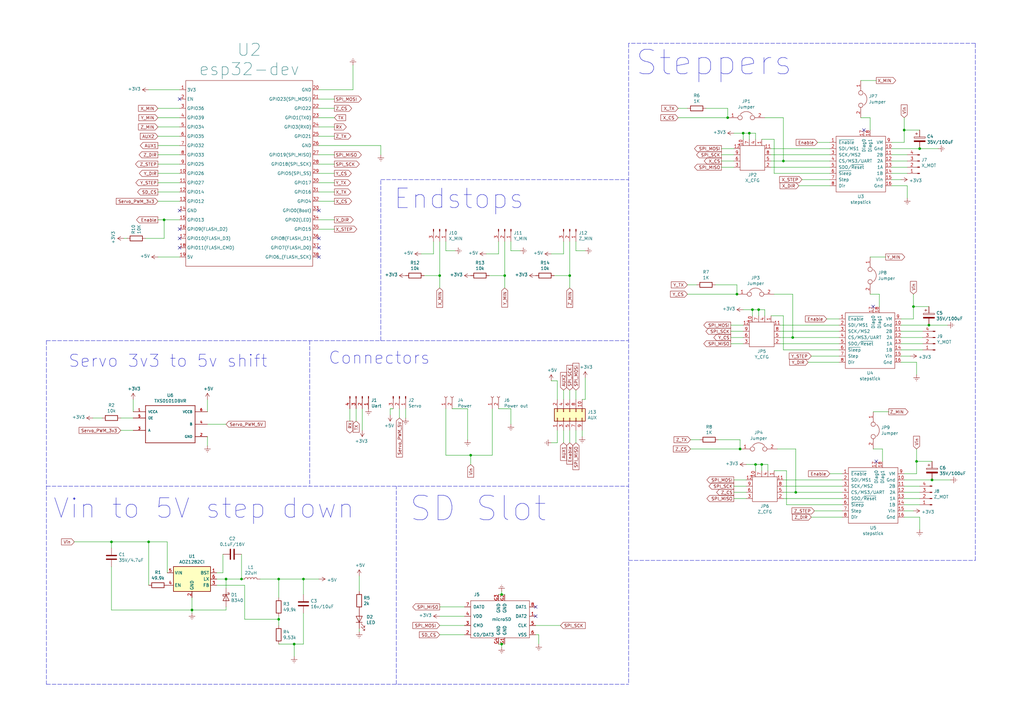
<source format=kicad_sch>
(kicad_sch (version 20211123) (generator eeschema)
  (paper "A3")
  (title_block (title "GECAUF (GRBL ESP32 controller Arduino Uno footprint )") (date "2020-06-21") (rev "1.0") (company "Nikolay Tsanov"))
  (junction (at 60.96 222.25))
  (junction (at 78.74 250.19))
  (junction (at 92.71 237.49))
  (junction (at 207.01 113.03))
  (junction (at 120.65 264.16))
  (junction (at 302.26 120.65))
  (junction (at 233.68 113.03))
  (junction (at 99.06 237.49))
  (junction (at 298.45 48.26))
  (junction (at 307.34 54.61))
  (junction (at 309.88 190.5))
  (junction (at 370.84 53.34))
  (junction (at 375.92 189.23))
  (junction (at 308.61 127))
  (junction (at 67.31 90.17))
  (junction (at 377.19 60.96))
  (junction (at 124.46 237.49))
  (junction (at 326.39 201.93))
  (junction (at 312.42 190.5))
  (junction (at 180.34 113.03))
  (junction (at 45.72 222.25))
  (junction (at 304.8 54.61))
  (junction (at 325.12 138.43))
  (junction (at 114.3 237.49))
  (junction (at 381 133.35))
  (junction (at 311.15 127))
  (junction (at 382.27 196.85))
  (junction (at 205.74 243.84))
  (junction (at 303.53 184.15))
  (junction (at 321.31 66.04))
  (junction (at 193.04 186.69))
  (junction (at 374.65 125.73))
  (junction (at 114.3 254))
  (junction (at 205.74 264.16))
  (no_connect (at 73.66 97.79))
  (no_connect (at 73.66 40.64))
  (no_connect (at 73.66 86.36))
  (no_connect (at 73.66 101.6))
  (no_connect (at 358.14 125.73))
  (no_connect (at 219.71 248.92))
  (no_connect (at 354.33 53.34))
  (no_connect (at 73.66 93.98))
  (no_connect (at 130.81 101.6))
  (no_connect (at 359.41 189.23))
  (no_connect (at 130.81 105.41))
  (no_connect (at 130.81 86.36))
  (no_connect (at 219.71 252.73))
  (no_connect (at 130.81 97.79))
  (wire (pts (xy 240.03 154.94) (xy 240.03 163.83)))
  (wire (pts (xy 231.14 104.14) (xy 231.14 99.06)))
  (wire (pts (xy 294.64 180.34) (xy 303.53 180.34)))
  (wire (pts (xy 213.36 102.87) (xy 209.55 102.87)))
  (wire (pts (xy 199.39 104.14) (xy 204.47 104.14)))
  (wire (pts (xy 361.95 189.23) (xy 361.95 184.15)))
  (wire (pts (xy 228.6 181.61) (xy 226.06 181.61)))
  (wire (pts (xy 228.6 156.21) (xy 228.6 163.83)))
  (wire (pts (xy 30.48 222.25) (xy 45.72 222.25)))
  (wire (pts (xy 59.69 97.79) (xy 67.31 97.79)))
  (wire (pts (xy 375.92 194.31) (xy 375.92 189.23)))
  (wire (pts (xy 377.19 217.17) (xy 377.19 212.09)))
  (wire (pts (xy 365.76 58.42) (xy 370.84 58.42)))
  (wire (pts (xy 377.19 53.34) (xy 370.84 53.34)))
  (wire (pts (xy 299.72 140.97) (xy 304.8 140.97)))
  (wire (pts (xy 163.83 171.45) (xy 163.83 167.64)))
  (wire (pts (xy 180.34 260.35) (xy 190.5 260.35)))
  (wire (pts (xy 370.84 204.47) (xy 377.19 204.47)))
  (wire (pts (xy 180.34 113.03) (xy 180.34 118.11)))
  (wire (pts (xy 345.44 201.93) (xy 326.39 201.93)))
  (wire (pts (xy 300.99 201.93) (xy 306.07 201.93)))
  (wire (pts (xy 68.58 234.95) (xy 68.58 222.25)))
  (wire (pts (xy 328.93 73.66) (xy 340.36 73.66)))
  (wire (pts (xy 49.53 171.45) (xy 54.61 171.45)))
  (wire (pts (xy 283.21 184.15) (xy 303.53 184.15)))
  (wire (pts (xy 92.71 241.3) (xy 92.71 237.49)))
  (wire (pts (xy 193.04 186.69) (xy 201.93 186.69)))
  (wire (pts (xy 321.31 48.26) (xy 313.69 48.26)))
  (wire (pts (xy 369.57 138.43) (xy 378.46 138.43)))
  (wire (pts (xy 130.81 78.74) (xy 137.16 78.74)))
  (wire (pts (xy 389.89 196.85) (xy 382.27 196.85)))
  (wire (pts (xy 220.98 260.35) (xy 220.98 264.16)))
  (wire (pts (xy 365.76 63.5) (xy 372.11 63.5)))
  (wire (pts (xy 361.95 184.15) (xy 358.14 184.15)))
  (wire (pts (xy 281.94 116.84) (xy 285.75 116.84)))
  (wire (pts (xy 365.76 68.58) (xy 372.11 68.58)))
  (wire (pts (xy 64.77 82.55) (xy 73.66 82.55)))
  (wire (pts (xy 360.68 120.65) (xy 356.87 120.65)))
  (wire (pts (xy 137.16 44.45) (xy 130.81 44.45)))
  (wire (pts (xy 377.19 212.09) (xy 370.84 212.09)))
  (wire (pts (xy 99.06 227.33) (xy 99.06 237.49)))
  (wire (pts (xy 207.01 113.03) (xy 207.01 118.11)))
  (wire (pts (xy 304.8 133.35) (xy 299.72 133.35)))
  (wire (pts (xy 240.03 102.87) (xy 236.22 102.87)))
  (wire (pts (xy 278.13 44.45) (xy 281.94 44.45)))
  (wire (pts (xy 306.07 190.5) (xy 309.88 190.5)))
  (wire (pts (xy 238.76 179.07) (xy 238.76 176.53)))
  (wire (pts (xy 73.66 48.26) (xy 64.77 48.26)))
  (wire (pts (xy 226.06 156.21) (xy 228.6 156.21)))
  (wire (pts (xy 233.68 99.06) (xy 233.68 113.03)))
  (wire (pts (xy 374.65 130.81) (xy 374.65 125.73)))
  (wire (pts (xy 137.16 55.88) (xy 130.81 55.88)))
  (polyline (pts (xy 127 139.7) (xy 127 199.39)))
  (wire (pts (xy 180.34 256.54) (xy 190.5 256.54)))
  (wire (pts (xy 320.04 140.97) (xy 344.17 140.97)))
  (wire (pts (xy 353.06 33.02) (xy 359.41 33.02)))
  (wire (pts (xy 205.74 243.84) (xy 207.01 243.84)))
  (wire (pts (xy 304.8 54.61) (xy 307.34 54.61)))
  (wire (pts (xy 130.81 59.69) (xy 156.21 59.69)))
  (wire (pts (xy 340.36 60.96) (xy 316.23 60.96)))
  (wire (pts (xy 360.68 125.73) (xy 360.68 120.65)))
  (wire (pts (xy 308.61 129.54) (xy 308.61 127)))
  (wire (pts (xy 137.16 93.98) (xy 130.81 93.98)))
  (wire (pts (xy 60.96 36.83) (xy 73.66 36.83)))
  (wire (pts (xy 200.66 113.03) (xy 207.01 113.03)))
  (wire (pts (xy 236.22 160.02) (xy 236.22 163.83)))
  (wire (pts (xy 369.57 143.51) (xy 378.46 143.51)))
  (wire (pts (xy 209.55 173.99) (xy 209.55 167.64)))
  (wire (pts (xy 365.76 66.04) (xy 372.11 66.04)))
  (wire (pts (xy 143.51 172.72) (xy 143.51 167.64)))
  (wire (pts (xy 114.3 237.49) (xy 124.46 237.49)))
  (wire (pts (xy 312.42 193.04) (xy 312.42 190.5)))
  (wire (pts (xy 205.74 264.16) (xy 207.01 264.16)))
  (wire (pts (xy 229.87 256.54) (xy 219.71 256.54)))
  (wire (pts (xy 114.3 252.73) (xy 114.3 254)))
  (wire (pts (xy 227.33 113.03) (xy 233.68 113.03)))
  (wire (pts (xy 180.34 99.06) (xy 180.34 113.03)))
  (wire (pts (xy 114.3 237.49) (xy 106.68 237.49)))
  (wire (pts (xy 64.77 74.93) (xy 73.66 74.93)))
  (wire (pts (xy 321.31 66.04) (xy 321.31 48.26)))
  (wire (pts (xy 306.07 196.85) (xy 300.99 196.85)))
  (wire (pts (xy 130.81 71.12) (xy 137.16 71.12)))
  (wire (pts (xy 78.74 250.19) (xy 92.71 250.19)))
  (wire (pts (xy 322.58 207.01) (xy 345.44 207.01)))
  (wire (pts (xy 114.3 254) (xy 114.3 256.54)))
  (wire (pts (xy 193.04 190.5) (xy 193.04 186.69)))
  (wire (pts (xy 311.15 127) (xy 313.69 127)))
  (wire (pts (xy 191.77 180.34) (xy 191.77 167.64)))
  (wire (pts (xy 177.8 104.14) (xy 177.8 99.06)))
  (wire (pts (xy 45.72 222.25) (xy 60.96 222.25)))
  (wire (pts (xy 334.01 209.55) (xy 345.44 209.55)))
  (wire (pts (xy 372.11 76.2) (xy 365.76 76.2)))
  (wire (pts (xy 344.17 148.59) (xy 331.47 148.59)))
  (wire (pts (xy 156.21 59.69) (xy 156.21 63.5)))
  (wire (pts (xy 307.34 54.61) (xy 309.88 54.61)))
  (wire (pts (xy 228.6 176.53) (xy 228.6 181.61)))
  (wire (pts (xy 78.74 250.19) (xy 78.74 245.11)))
  (polyline (pts (xy 400.05 17.78) (xy 257.81 17.78)))
  (wire (pts (xy 370.84 194.31) (xy 375.92 194.31)))
  (wire (pts (xy 307.34 57.15) (xy 307.34 54.61)))
  (wire (pts (xy 147.32 236.22) (xy 147.32 242.57)))
  (wire (pts (xy 303.53 180.34) (xy 303.53 184.15)))
  (wire (pts (xy 317.5 57.15) (xy 312.42 57.15)))
  (wire (pts (xy 370.84 199.39) (xy 377.19 199.39)))
  (wire (pts (xy 114.3 245.11) (xy 114.3 237.49)))
  (wire (pts (xy 49.53 176.53) (xy 54.61 176.53)))
  (wire (pts (xy 233.68 181.61) (xy 233.68 176.53)))
  (wire (pts (xy 130.81 40.64) (xy 137.16 40.64)))
  (wire (pts (xy 148.59 176.53) (xy 148.59 167.64)))
  (wire (pts (xy 130.81 82.55) (xy 137.16 82.55)))
  (wire (pts (xy 231.14 181.61) (xy 231.14 176.53)))
  (wire (pts (xy 130.81 52.07) (xy 137.16 52.07)))
  (wire (pts (xy 373.38 146.05) (xy 369.57 146.05)))
  (wire (pts (xy 344.17 135.89) (xy 320.04 135.89)))
  (wire (pts (xy 91.44 234.95) (xy 91.44 227.33)))
  (wire (pts (xy 322.58 207.01) (xy 322.58 193.04)))
  (wire (pts (xy 370.84 53.34) (xy 370.84 48.26)))
  (wire (pts (xy 60.96 222.25) (xy 68.58 222.25)))
  (wire (pts (xy 306.07 199.39) (xy 300.99 199.39)))
  (wire (pts (xy 281.94 120.65) (xy 302.26 120.65)))
  (wire (pts (xy 370.84 58.42) (xy 370.84 53.34)))
  (wire (pts (xy 88.9 234.95) (xy 91.44 234.95)))
  (wire (pts (xy 124.46 264.16) (xy 124.46 251.46)))
  (wire (pts (xy 45.72 232.41) (xy 45.72 250.19)))
  (wire (pts (xy 321.31 129.54) (xy 316.23 129.54)))
  (wire (pts (xy 335.28 58.42) (xy 340.36 58.42)))
  (wire (pts (xy 45.72 250.19) (xy 78.74 250.19)))
  (wire (pts (xy 369.57 135.89) (xy 378.46 135.89)))
  (wire (pts (xy 370.84 196.85) (xy 382.27 196.85)))
  (wire (pts (xy 85.09 173.99) (xy 92.71 173.99)))
  (wire (pts (xy 52.07 97.79) (xy 50.8 97.79)))
  (wire (pts (xy 67.31 90.17) (xy 73.66 90.17)))
  (wire (pts (xy 340.36 66.04) (xy 321.31 66.04)))
  (wire (pts (xy 205.74 264.16) (xy 204.47 264.16)))
  (wire (pts (xy 64.77 78.74) (xy 73.66 78.74)))
  (wire (pts (xy 325.12 138.43) (xy 320.04 138.43)))
  (wire (pts (xy 146.05 172.72) (xy 146.05 167.64)))
  (wire (pts (xy 186.69 102.87) (xy 182.88 102.87)))
  (wire (pts (xy 369.57 140.97) (xy 378.46 140.97)))
  (wire (pts (xy 374.65 125.73) (xy 374.65 120.65)))
  (wire (pts (xy 388.62 133.35) (xy 381 133.35)))
  (polyline (pts (xy 400.05 229.87) (xy 400.05 17.78)))
  (wire (pts (xy 300.99 204.47) (xy 306.07 204.47)))
  (wire (pts (xy 316.23 68.58) (xy 340.36 68.58)))
  (wire (pts (xy 161.29 167.64) (xy 160.02 167.64)))
  (wire (pts (xy 345.44 199.39) (xy 321.31 199.39)))
  (wire (pts (xy 88.9 237.49) (xy 92.71 237.49)))
  (wire (pts (xy 299.72 138.43) (xy 304.8 138.43)))
  (wire (pts (xy 78.74 251.46) (xy 78.74 250.19)))
  (wire (pts (xy 64.77 52.07) (xy 73.66 52.07)))
  (wire (pts (xy 312.42 190.5) (xy 314.96 190.5)))
  (wire (pts (xy 130.81 63.5) (xy 137.16 63.5)))
  (wire (pts (xy 381 125.73) (xy 374.65 125.73)))
  (wire (pts (xy 365.76 60.96) (xy 377.19 60.96)))
  (wire (pts (xy 73.66 63.5) (xy 64.77 63.5)))
  (wire (pts (xy 340.36 76.2) (xy 327.66 76.2)))
  (wire (pts (xy 300.99 54.61) (xy 304.8 54.61)))
  (wire (pts (xy 64.77 67.31) (xy 73.66 67.31)))
  (wire (pts (xy 114.3 264.16) (xy 120.65 264.16)))
  (wire (pts (xy 313.69 129.54) (xy 313.69 127)))
  (wire (pts (xy 345.44 196.85) (xy 321.31 196.85)))
  (wire (pts (xy 137.16 90.17) (xy 130.81 90.17)))
  (wire (pts (xy 369.57 73.66) (xy 365.76 73.66)))
  (wire (pts (xy 205.74 265.43) (xy 205.74 264.16)))
  (wire (pts (xy 309.88 190.5) (xy 312.42 190.5)))
  (wire (pts (xy 41.91 171.45) (xy 38.1 171.45)))
  (wire (pts (xy 130.81 74.93) (xy 137.16 74.93)))
  (wire (pts (xy 325.12 120.65) (xy 317.5 120.65)))
  (wire (pts (xy 172.72 104.14) (xy 177.8 104.14)))
  (wire (pts (xy 353.06 48.26) (xy 356.87 48.26)))
  (wire (pts (xy 344.17 138.43) (xy 325.12 138.43)))
  (wire (pts (xy 226.06 104.14) (xy 231.14 104.14)))
  (wire (pts (xy 314.96 193.04) (xy 314.96 190.5)))
  (polyline (pts (xy 257.81 17.78) (xy 257.81 280.67)))
  (wire (pts (xy 339.09 130.81) (xy 344.17 130.81)))
  (wire (pts (xy 54.61 168.91) (xy 54.61 163.83)))
  (wire (pts (xy 205.74 242.57) (xy 205.74 243.84)))
  (wire (pts (xy 340.36 63.5) (xy 316.23 63.5)))
  (wire (pts (xy 236.22 102.87) (xy 236.22 99.06)))
  (wire (pts (xy 92.71 250.19) (xy 92.71 248.92)))
  (wire (pts (xy 311.15 129.54) (xy 311.15 127)))
  (wire (pts (xy 64.77 90.17) (xy 67.31 90.17)))
  (wire (pts (xy 85.09 168.91) (xy 85.09 163.83)))
  (polyline (pts (xy 19.05 199.39) (xy 257.81 199.39)))
  (wire (pts (xy 321.31 66.04) (xy 316.23 66.04)))
  (wire (pts (xy 64.77 59.69) (xy 73.66 59.69)))
  (wire (pts (xy 209.55 167.64) (xy 204.47 167.64)))
  (wire (pts (xy 191.77 167.64) (xy 185.42 167.64)))
  (wire (pts (xy 384.81 60.96) (xy 377.19 60.96)))
  (wire (pts (xy 114.3 254) (xy 100.33 254)))
  (wire (pts (xy 173.99 113.03) (xy 180.34 113.03)))
  (wire (pts (xy 340.36 194.31) (xy 345.44 194.31)))
  (wire (pts (xy 365.76 71.12) (xy 372.11 71.12)))
  (wire (pts (xy 289.56 44.45) (xy 298.45 44.45)))
  (wire (pts (xy 370.84 201.93) (xy 377.19 201.93)))
  (wire (pts (xy 372.11 81.28) (xy 372.11 76.2)))
  (wire (pts (xy 182.88 167.64) (xy 182.88 186.69)))
  (wire (pts (xy 137.16 48.26) (xy 130.81 48.26)))
  (wire (pts (xy 67.31 97.79) (xy 67.31 90.17)))
  (polyline (pts (xy 257.81 229.87) (xy 400.05 229.87)))
  (wire (pts (xy 298.45 44.45) (xy 298.45 48.26)))
  (wire (pts (xy 64.77 71.12) (xy 73.66 71.12)))
  (wire (pts (xy 45.72 222.25) (xy 45.72 224.79)))
  (wire (pts (xy 160.02 167.64) (xy 160.02 170.18)))
  (wire (pts (xy 124.46 237.49) (xy 130.81 237.49)))
  (wire (pts (xy 85.09 182.88) (xy 85.09 179.07)))
  (wire (pts (xy 293.37 116.84) (xy 302.26 116.84)))
  (wire (pts (xy 295.91 68.58) (xy 300.99 68.58)))
  (wire (pts (xy 300.99 60.96) (xy 295.91 60.96)))
  (wire (pts (xy 304.8 57.15) (xy 304.8 54.61)))
  (wire (pts (xy 356.87 48.26) (xy 356.87 53.34)))
  (wire (pts (xy 236.22 181.61) (xy 236.22 176.53)))
  (wire (pts (xy 209.55 102.87) (xy 209.55 99.06)))
  (wire (pts (xy 302.26 116.84) (xy 302.26 120.65)))
  (wire (pts (xy 300.99 63.5) (xy 295.91 63.5)))
  (wire (pts (xy 370.84 207.01) (xy 377.19 207.01)))
  (polyline (pts (xy 162.56 280.67) (xy 162.56 199.39)))
  (wire (pts (xy 240.03 163.83) (xy 238.76 163.83)))
  (polyline (pts (xy 156.21 139.7) (xy 156.21 73.66)))
  (wire (pts (xy 204.47 104.14) (xy 204.47 99.06)))
  (wire (pts (xy 304.8 135.89) (xy 299.72 135.89)))
  (wire (pts (xy 92.71 237.49) (xy 99.06 237.49)))
  (wire (pts (xy 375.92 189.23) (xy 375.92 184.15)))
  (wire (pts (xy 326.39 184.15) (xy 318.77 184.15)))
  (wire (pts (xy 375.92 148.59) (xy 369.57 148.59)))
  (wire (pts (xy 64.77 105.41) (xy 73.66 105.41)))
  (wire (pts (xy 144.78 26.67) (xy 144.78 36.83)))
  (wire (pts (xy 144.78 36.83) (xy 130.81 36.83)))
  (polyline (pts (xy 19.05 139.7) (xy 257.81 139.7)))
  (wire (pts (xy 321.31 143.51) (xy 321.31 129.54)))
  (wire (pts (xy 308.61 127) (xy 311.15 127)))
  (wire (pts (xy 124.46 243.84) (xy 124.46 237.49)))
  (wire (pts (xy 369.57 130.81) (xy 374.65 130.81)))
  (wire (pts (xy 283.21 180.34) (xy 287.02 180.34)))
  (wire (pts (xy 295.91 66.04) (xy 300.99 66.04)))
  (wire (pts (xy 309.88 57.15) (xy 309.88 54.61)))
  (wire (pts (xy 321.31 204.47) (xy 345.44 204.47)))
  (wire (pts (xy 201.93 167.64) (xy 201.93 186.69)))
  (wire (pts (xy 233.68 113.03) (xy 233.68 118.11)))
  (polyline (pts (xy 19.05 280.67) (xy 257.81 280.67)))
  (wire (pts (xy 278.13 48.26) (xy 298.45 48.26)))
  (wire (pts (xy 325.12 138.43) (xy 325.12 120.65)))
  (wire (pts (xy 375.92 153.67) (xy 375.92 148.59)))
  (wire (pts (xy 304.8 127) (xy 308.61 127)))
  (wire (pts (xy 147.32 259.08) (xy 147.32 257.81)))
  (wire (pts (xy 332.74 146.05) (xy 344.17 146.05)))
  (wire (pts (xy 326.39 201.93) (xy 326.39 184.15)))
  (wire (pts (xy 374.65 209.55) (xy 370.84 209.55)))
  (wire (pts (xy 64.77 55.88) (xy 73.66 55.88)))
  (wire (pts (xy 60.96 240.03) (xy 60.96 222.25)))
  (wire (pts (xy 369.57 133.35) (xy 381 133.35)))
  (polyline (pts (xy 19.05 139.7) (xy 19.05 280.67)))
  (wire (pts (xy 100.33 240.03) (xy 88.9 240.03)))
  (wire (pts (xy 207.01 99.06) (xy 207.01 113.03)))
  (wire (pts (xy 100.33 254) (xy 100.33 240.03)))
  (wire (pts (xy 130.81 67.31) (xy 137.16 67.31)))
  (wire (pts (xy 356.87 105.41) (xy 363.22 105.41)))
  (wire (pts (xy 317.5 71.12) (xy 317.5 57.15)))
  (wire (pts (xy 182.88 102.87) (xy 182.88 99.06)))
  (wire (pts (xy 340.36 71.12) (xy 317.5 71.12)))
  (wire (pts (xy 344.17 133.35) (xy 320.04 133.35)))
  (wire (pts (xy 180.34 252.73) (xy 190.5 252.73)))
  (wire (pts (xy 120.65 264.16) (xy 120.65 269.24)))
  (wire (pts (xy 345.44 212.09) (xy 332.74 212.09)))
  (wire (pts (xy 120.65 264.16) (xy 124.46 264.16)))
  (wire (pts (xy 180.34 248.92) (xy 190.5 248.92)))
  (wire (pts (xy 321.31 143.51) (xy 344.17 143.51)))
  (wire (pts (xy 231.14 160.02) (xy 231.14 163.83)))
  (wire (pts (xy 182.88 186.69) (xy 193.04 186.69)))
  (wire (pts (xy 382.27 189.23) (xy 375.92 189.23)))
  (polyline (pts (xy 156.21 73.66) (xy 257.81 73.66)))
  (wire (pts (xy 309.88 193.04) (xy 309.88 190.5)))
  (wire (pts (xy 219.71 260.35) (xy 220.98 260.35)))
  (wire (pts (xy 204.47 243.84) (xy 205.74 243.84)))
  (wire (pts (xy 233.68 160.02) (xy 233.68 163.83)))
  (wire (pts (xy 326.39 201.93) (xy 321.31 201.93)))
  (wire (pts (xy 322.58 193.04) (xy 317.5 193.04)))
  (wire (pts (xy 358.14 168.91) (xy 364.49 168.91)))
  (wire (pts (xy 64.77 44.45) (xy 73.66 44.45)))
  (wire (pts (xy 166.37 171.45) (xy 166.37 167.64)))
  (text "SD Slot" (at 167.64 214.63 0) (effects (font (size 10.0076 10.0076)) (justify left bottom)))
  (text "Steppers" (at 260.35 31.75 0) (effects (font (size 10.0076 10.0076)) (justify left bottom)))
  (text "Endstops" (at 161.29 86.36 0) (effects (font (size 8.001 8.001)) (justify left bottom)))
  (text "Vin to 5V step down" (at 21.59 213.36 0) (effects (font (size 8.001 8.001)) (justify left bottom)))
  (text "Connectors" (at 134.62 149.86 0) (effects (font (size 5.0038 5.0038)) (justify left bottom)))
  (text "Servo 3v3 to 5v shift" (at 27.94 151.13 0) (effects (font (size 5.0038 5.0038)) (justify left bottom)))
  (global_label "Z_STEP" (shape output) (at 64.77 67.31 180) (property "Intersheet References" "${INTERSHEET_REFS}" (effects hide)))
  (global_label "Z_CS" (shape input) (at 283.21 184.15 180) (property "Intersheet References" "${INTERSHEET_REFS}" (effects hide)))
  (global_label "SPI_MISO" (shape output) (at 137.16 63.5 0) (property "Intersheet References" "${INTERSHEET_REFS}" (effects hide)))
  (global_label "TX" (shape input) (at 137.16 48.26 0) (property "Intersheet References" "${INTERSHEET_REFS}" (effects hide)))
  (global_label "Vin" (shape input) (at 193.04 190.5 270) (property "Intersheet References" "${INTERSHEET_REFS}" (effects hide)))
  (global_label "AUX1" (shape input) (at 231.14 181.61 270) (property "Intersheet References" "${INTERSHEET_REFS}" (effects hide)))
  (global_label "X_MIN" (shape input) (at 180.34 118.11 270) (property "Intersheet References" "${INTERSHEET_REFS}" (effects hide)))
  (global_label "Enable" (shape input) (at 340.36 194.31 180) (property "Intersheet References" "${INTERSHEET_REFS}" (effects hide)))
  (global_label "X_CS" (shape output) (at 137.16 82.55 0) (property "Intersheet References" "${INTERSHEET_REFS}" (effects hide)))
  (global_label "Z_MIN" (shape output) (at 364.49 168.91 0) (property "Intersheet References" "${INTERSHEET_REFS}" (effects hide)))
  (global_label "Servo_PWM_3v3" (shape input) (at 64.77 82.55 180) (property "Intersheet References" "${INTERSHEET_REFS}" (effects hide)))
  (global_label "SPI_SCK" (shape input) (at 233.68 160.02 90) (property "Intersheet References" "${INTERSHEET_REFS}" (effects hide)))
  (global_label "X_STEP" (shape input) (at 328.93 73.66 180) (property "Intersheet References" "${INTERSHEET_REFS}" (effects hide)))
  (global_label "Z_TX" (shape input) (at 283.21 180.34 180) (property "Intersheet References" "${INTERSHEET_REFS}" (effects hide)))
  (global_label "Vin" (shape input) (at 375.92 184.15 90) (property "Intersheet References" "${INTERSHEET_REFS}" (effects hide)))
  (global_label "X_DIR" (shape input) (at 327.66 76.2 180) (property "Intersheet References" "${INTERSHEET_REFS}" (effects hide)))
  (global_label "SPI_MISO" (shape output) (at 299.72 140.97 180) (property "Intersheet References" "${INTERSHEET_REFS}" (effects hide)))
  (global_label "SPI_SCK" (shape output) (at 299.72 135.89 180) (property "Intersheet References" "${INTERSHEET_REFS}" (effects hide)))
  (global_label "Z_TX" (shape output) (at 137.16 55.88 0) (property "Intersheet References" "${INTERSHEET_REFS}" (effects hide)))
  (global_label "Y_CS" (shape input) (at 281.94 120.65 180) (property "Intersheet References" "${INTERSHEET_REFS}" (effects hide)))
  (global_label "SPI_MISO" (shape output) (at 295.91 68.58 180) (property "Intersheet References" "${INTERSHEET_REFS}" (effects hide)))
  (global_label "Z_MIN" (shape input) (at 233.68 118.11 270) (property "Intersheet References" "${INTERSHEET_REFS}" (effects hide)))
  (global_label "RX" (shape output) (at 137.16 52.07 0) (property "Intersheet References" "${INTERSHEET_REFS}" (effects hide)))
  (global_label "Y_TX" (shape output) (at 137.16 74.93 0) (property "Intersheet References" "${INTERSHEET_REFS}" (effects hide)))
  (global_label "Vin" (shape input) (at 374.65 120.65 90) (property "Intersheet References" "${INTERSHEET_REFS}" (effects hide)))
  (global_label "Y_MIN" (shape input) (at 64.77 48.26 180) (property "Intersheet References" "${INTERSHEET_REFS}" (effects hide)))
  (global_label "Y_CS" (shape output) (at 299.72 138.43 180) (property "Intersheet References" "${INTERSHEET_REFS}" (effects hide)))
  (global_label "Z_CS" (shape output) (at 137.16 44.45 0) (property "Intersheet References" "${INTERSHEET_REFS}" (effects hide)))
  (global_label "X_CS" (shape output) (at 295.91 66.04 180) (property "Intersheet References" "${INTERSHEET_REFS}" (effects hide)))
  (global_label "Y_DIR" (shape output) (at 64.77 71.12 180) (property "Intersheet References" "${INTERSHEET_REFS}" (effects hide)))
  (global_label "SPI_MOSI" (shape input) (at 236.22 160.02 90) (property "Intersheet References" "${INTERSHEET_REFS}" (effects hide)))
  (global_label "SPI_SCK" (shape output) (at 295.91 63.5 180) (property "Intersheet References" "${INTERSHEET_REFS}" (effects hide)))
  (global_label "SPI_SCK" (shape output) (at 137.16 67.31 0) (property "Intersheet References" "${INTERSHEET_REFS}" (effects hide)))
  (global_label "Vin" (shape input) (at 370.84 48.26 90) (property "Intersheet References" "${INTERSHEET_REFS}" (effects hide)))
  (global_label "AUX2" (shape input) (at 231.14 160.02 90) (property "Intersheet References" "${INTERSHEET_REFS}" (effects hide)))
  (global_label "RX" (shape output) (at 143.51 172.72 270) (property "Intersheet References" "${INTERSHEET_REFS}" (effects hide)))
  (global_label "SD_CS" (shape output) (at 64.77 78.74 180) (property "Intersheet References" "${INTERSHEET_REFS}" (effects hide)))
  (global_label "Servo_PWM_5V" (shape input) (at 163.83 171.45 270) (property "Intersheet References" "${INTERSHEET_REFS}" (effects hide)))
  (global_label "Servo_PWM_3v3" (shape input) (at 49.53 176.53 180) (property "Intersheet References" "${INTERSHEET_REFS}" (effects hide)))
  (global_label "Z_DIR" (shape input) (at 332.74 212.09 180) (property "Intersheet References" "${INTERSHEET_REFS}" (effects hide)))
  (global_label "SPI_MISO" (shape output) (at 300.99 204.47 180) (property "Intersheet References" "${INTERSHEET_REFS}" (effects hide)))
  (global_label "SD_CS" (shape input) (at 180.34 260.35 180) (property "Intersheet References" "${INTERSHEET_REFS}" (effects hide)))
  (global_label "SPI_MISO" (shape output) (at 180.34 248.92 180) (property "Intersheet References" "${INTERSHEET_REFS}" (effects hide)))
  (global_label "SPI_SCK" (shape output) (at 300.99 199.39 180) (property "Intersheet References" "${INTERSHEET_REFS}" (effects hide)))
  (global_label "Z_STEP" (shape input) (at 334.01 209.55 180) (property "Intersheet References" "${INTERSHEET_REFS}" (effects hide)))
  (global_label "AUX1" (shape output) (at 64.77 59.69 180) (property "Intersheet References" "${INTERSHEET_REFS}" (effects hide)))
  (global_label "X_TX" (shape output) (at 137.16 78.74 0) (property "Intersheet References" "${INTERSHEET_REFS}" (effects hide)))
  (global_label "AUX2" (shape input) (at 64.77 55.88 180) (property "Intersheet References" "${INTERSHEET_REFS}" (effects hide)))
  (global_label "SPI_MOSI" (shape output) (at 295.91 60.96 180) (property "Intersheet References" "${INTERSHEET_REFS}" (effects hide)))
  (global_label "Y_CS" (shape output) (at 137.16 71.12 0) (property "Intersheet References" "${INTERSHEET_REFS}" (effects hide)))
  (global_label "SPI_MOSI" (shape output) (at 137.16 40.64 0) (property "Intersheet References" "${INTERSHEET_REFS}" (effects hide)))
  (global_label "X_MIN" (shape input) (at 64.77 44.45 180) (property "Intersheet References" "${INTERSHEET_REFS}" (effects hide)))
  (global_label "Servo_PWM_5V" (shape input) (at 92.71 173.99 0) (property "Intersheet References" "${INTERSHEET_REFS}" (effects hide)))
  (global_label "Y_DIR" (shape input) (at 331.47 148.59 180) (property "Intersheet References" "${INTERSHEET_REFS}" (effects hide)))
  (global_label "Enable" (shape input) (at 335.28 58.42 180) (property "Intersheet References" "${INTERSHEET_REFS}" (effects hide)))
  (global_label "Y_TX" (shape input) (at 281.94 116.84 180) (property "Intersheet References" "${INTERSHEET_REFS}" (effects hide)))
  (global_label "X_CS" (shape input) (at 278.13 48.26 180) (property "Intersheet References" "${INTERSHEET_REFS}" (effects hide)))
  (global_label "SPI_MISO" (shape input) (at 236.22 181.61 270) (property "Intersheet References" "${INTERSHEET_REFS}" (effects hide)))
  (global_label "X_MIN" (shape output) (at 359.41 33.02 0) (property "Intersheet References" "${INTERSHEET_REFS}" (effects hide)))
  (global_label "Enable" (shape input) (at 233.68 181.61 270) (property "Intersheet References" "${INTERSHEET_REFS}" (effects hide)))
  (global_label "TX" (shape input) (at 146.05 172.72 270) (property "Intersheet References" "${INTERSHEET_REFS}" (effects hide)))
  (global_label "Z_DIR" (shape output) (at 64.77 63.5 180) (property "Intersheet References" "${INTERSHEET_REFS}" (effects hide)))
  (global_label "SPI_MOSI" (shape output) (at 300.99 196.85 180) (property "Intersheet References" "${INTERSHEET_REFS}" (effects hide)))
  (global_label "Y_STEP" (shape output) (at 64.77 74.93 180) (property "Intersheet References" "${INTERSHEET_REFS}" (effects hide)))
  (global_label "Enable" (shape output) (at 64.77 90.17 180) (property "Intersheet References" "${INTERSHEET_REFS}" (effects hide)))
  (global_label "Enable" (shape input) (at 339.09 130.81 180) (property "Intersheet References" "${INTERSHEET_REFS}" (effects hide)))
  (global_label "Y_STEP" (shape input) (at 332.74 146.05 180) (property "Intersheet References" "${INTERSHEET_REFS}" (effects hide)))
  (global_label "X_DIR" (shape output) (at 137.16 90.17 0) (property "Intersheet References" "${INTERSHEET_REFS}" (effects hide)))
  (global_label "Y_MIN" (shape output) (at 363.22 105.41 0) (property "Intersheet References" "${INTERSHEET_REFS}" (effects hide)))
  (global_label "X_STEP" (shape output) (at 137.16 93.98 0) (property "Intersheet References" "${INTERSHEET_REFS}" (effects hide)))
  (global_label "SPI_MOSI" (shape output) (at 299.72 133.35 180) (property "Intersheet References" "${INTERSHEET_REFS}" (effects hide)))
  (global_label "SPI_SCK" (shape input) (at 229.87 256.54 0) (property "Intersheet References" "${INTERSHEET_REFS}" (effects hide)))
  (global_label "Y_MIN" (shape input) (at 207.01 118.11 270) (property "Intersheet References" "${INTERSHEET_REFS}" (effects hide)))
  (global_label "X_TX" (shape input) (at 278.13 44.45 180) (property "Intersheet References" "${INTERSHEET_REFS}" (effects hide)))
  (global_label "SPI_MOSI" (shape input) (at 180.34 256.54 180) (property "Intersheet References" "${INTERSHEET_REFS}" (effects hide)))
  (global_label "Z_CS" (shape output) (at 300.99 201.93 180) (property "Intersheet References" "${INTERSHEET_REFS}" (effects hide)))
  (global_label "Vin" (shape input) (at 30.48 222.25 180) (property "Intersheet References" "${INTERSHEET_REFS}" (effects hide)))
  (global_label "Z_MIN" (shape input) (at 64.77 52.07 180) (property "Intersheet References" "${INTERSHEET_REFS}" (effects hide)))
  (symbol (lib_id "GECAUF-rescue:Jumpers_Dupont_4x3-jumpers") (at 308.61 72.39 0) (unit 1)
    (property "Reference" "JP2" (at 308.61 71.7042 0))
    (property "Value" "X_CFG" (at 308.61 74.0156 0))
    (property "Footprint" "stepstick:cfg_pins" (effects hide))
    (property "link" "-" (effects hide))
  )
  (symbol (lib_id "GECAUF-rescue:CP-device") (at 377.19 57.15 0) (unit 1)
    (property "Reference" "C4" (at 380.1872 55.9816 0) (effects (justify left)))
    (property "Value" "35V/100uF" (at 380.1872 58.293 0) (effects (justify left)))
    (property "Footprint" "Capacitor_SMD:CP_Elec_6.3x7.7" (effects hide))
    (property "link" "https://lcsc.com/product-detail/Aluminum-Electrolytic-Capacitors-SMD_Capxon-International-Elec-HV101M035E077ETR_C59934.html" (effects hide))
  )
  (symbol (lib_id "GECAUF-rescue:Earth-power") (at 384.81 60.96 90) (unit 1)
    (property "Reference" "#PWR017" (effects hide))
    (property "Value" "Earth" (effects hide))
  )
  (symbol (lib_id "GECAUF-rescue:Earth-power") (at 372.11 81.28 0) (unit 1)
    (property "Reference" "#PWR014" (effects hide))
    (property "Value" "Earth" (effects hide))
  )
  (symbol (lib_id "GECAUF-rescue:Jumper-device") (at 306.07 48.26 0) (unit 1)
    (property "Reference" "JP1" (at 306.07 41.5544 0))
    (property "Value" "Jumper" (at 306.07 43.8658 0))
    (property "Footprint" "Connector_PinHeader_2.54mm:PinHeader_1x02_P2.54mm_Vertical" (effects hide))
    (property "link" "-" (effects hide))
  )
  (symbol (lib_id "GECAUF-rescue:R-device") (at 285.75 44.45 270) (unit 1)
    (property "Reference" "R6" (at 285.75 39.1922 90))
    (property "Value" "1K" (at 285.75 41.5036 90))
    (property "Footprint" "Resistor_SMD:R_0805_2012Metric_Pad1.15x1.40mm_HandSolder" (effects hide))
    (property "link" "-" (effects hide))
  )
  (symbol (lib_id "GECAUF-rescue:Jumpers_Dupont_4x3-jumpers") (at 312.42 144.78 0) (unit 1)
    (property "Reference" "JP5" (at 312.42 144.0942 0))
    (property "Value" "Y_CFG" (at 312.42 146.4056 0))
    (property "Footprint" "stepstick:cfg_pins" (effects hide))
    (property "link" "-" (effects hide))
  )
  (symbol (lib_id "GECAUF-rescue:R-device") (at 55.88 97.79 270) (unit 1)
    (property "Reference" "R10" (at 54.7116 96.012 0) (effects (justify right)))
    (property "Value" "10K" (at 57.023 96.012 0) (effects (justify right)))
    (property "Footprint" "Resistor_SMD:R_0805_2012Metric_Pad1.15x1.40mm_HandSolder" (effects hide))
    (property "link" "-" (effects hide))
  )
  (symbol (lib_id "GECAUF-rescue:CP-device") (at 381 129.54 0) (unit 1)
    (property "Reference" "C5" (at 383.9972 128.3716 0) (effects (justify left)))
    (property "Value" "35V/100uF" (at 383.9972 130.683 0) (effects (justify left)))
    (property "Footprint" "Capacitor_SMD:CP_Elec_6.3x7.7" (effects hide))
    (property "link" "https://lcsc.com/product-detail/Aluminum-Electrolytic-Capacitors-SMD_Capxon-International-Elec-HV101M035E077ETR_C59934.html" (effects hide))
  )
  (symbol (lib_id "GECAUF-rescue:Earth-power") (at 388.62 133.35 90) (unit 1)
    (property "Reference" "#PWR018" (effects hide))
    (property "Value" "Earth" (effects hide))
  )
  (symbol (lib_id "GECAUF-rescue:Earth-power") (at 375.92 153.67 0) (unit 1)
    (property "Reference" "#PWR015" (effects hide))
    (property "Value" "Earth" (effects hide))
  )
  (symbol (lib_id "GECAUF-rescue:Jumper-device") (at 309.88 120.65 0) (unit 1)
    (property "Reference" "JP3" (at 309.88 113.9444 0))
    (property "Value" "Jumper" (at 309.88 116.2558 0))
    (property "Footprint" "Connector_PinHeader_2.54mm:PinHeader_1x02_P2.54mm_Vertical" (effects hide))
    (property "link" "-" (effects hide))
  )
  (symbol (lib_id "GECAUF-rescue:R-device") (at 289.56 116.84 270) (unit 1)
    (property "Reference" "R7" (at 289.56 111.5822 90))
    (property "Value" "1K" (at 289.56 113.8936 90))
    (property "Footprint" "Resistor_SMD:R_0805_2012Metric_Pad1.15x1.40mm_HandSolder" (effects hide))
    (property "link" "-" (effects hide))
  )
  (symbol (lib_id "GECAUF-rescue:Jumpers_Dupont_4x3-jumpers") (at 313.69 208.28 0) (unit 1)
    (property "Reference" "JP6" (at 313.69 207.5942 0))
    (property "Value" "Z_CFG" (at 313.69 209.9056 0))
    (property "Footprint" "stepstick:cfg_pins" (effects hide))
    (property "link" "-" (effects hide))
  )
  (symbol (lib_id "GECAUF-rescue:CP-device") (at 382.27 193.04 0) (unit 1)
    (property "Reference" "C6" (at 385.2672 191.8716 0) (effects (justify left)))
    (property "Value" "35V/100uF" (at 385.2672 194.183 0) (effects (justify left)))
    (property "Footprint" "Capacitor_SMD:CP_Elec_6.3x7.7" (effects hide))
    (property "link" "https://lcsc.com/product-detail/Aluminum-Electrolytic-Capacitors-SMD_Capxon-International-Elec-HV101M035E077ETR_C59934.html" (effects hide))
  )
  (symbol (lib_id "GECAUF-rescue:Earth-power") (at 389.89 196.85 90) (unit 1)
    (property "Reference" "#PWR019" (effects hide))
    (property "Value" "Earth" (effects hide))
  )
  (symbol (lib_id "GECAUF-rescue:Earth-power") (at 377.19 217.17 0) (unit 1)
    (property "Reference" "#PWR016" (effects hide))
    (property "Value" "Earth" (effects hide))
  )
  (symbol (lib_id "GECAUF-rescue:Jumper-device") (at 311.15 184.15 0) (unit 1)
    (property "Reference" "JP4" (at 311.15 177.4444 0))
    (property "Value" "Jumper" (at 311.15 179.7558 0))
    (property "Footprint" "Connector_PinHeader_2.54mm:PinHeader_1x02_P2.54mm_Vertical" (effects hide))
    (property "link" "-" (effects hide))
  )
  (symbol (lib_id "GECAUF-rescue:R-device") (at 290.83 180.34 270) (unit 1)
    (property "Reference" "R8" (at 290.83 175.0822 90))
    (property "Value" "1K" (at 290.83 177.3936 90))
    (property "Footprint" "Resistor_SMD:R_0805_2012Metric_Pad1.15x1.40mm_HandSolder" (effects hide))
    (property "link" "-" (effects hide))
  )
  (symbol (lib_id "GECAUF-rescue:AOZ1282CI-Regulator_Switching") (at 78.74 237.49 0) (unit 1)
    (property "Reference" "U1" (at 78.74 228.1682 0))
    (property "Value" "AOZ1282CI" (at 78.74 230.4796 0))
    (property "Footprint" "Package_TO_SOT_SMD:SOT-23-6" (effects hide))
    (property "Datasheet" "http://aosmd.com/res/data_sheets/AOZ1282CI.pdf" (effects hide))
    (property "link" "https://lcsc.com/product-detail/DC-DC-Converters_Alpha-Omega-Semicon-AOZ1282CI_C111916.html" (effects hide))
  )
  (symbol (lib_id "GECAUF-rescue:microsd_socket-microsd_socket") (at 205.74 269.24 0) (unit 1)
    (property "Reference" "J5" (at 195.58 243.84 0))
    (property "Value" "microSD" (at 205.74 254 0))
    (property "Footprint" "sd_slot:MOLEX-472192001" (effects hide))
    (property "link" "https://lcsc.com/product-detail/Card-Sockets-Connectors_MOLEX-472192001_C164170.html" (effects hide))
  )
  (symbol (lib_id "GECAUF-rescue:Conn_01x04_Male-Connector") (at 148.59 162.56 270) (unit 1)
    (property "Reference" "J1" (at 152.2476 164.1348 90) (effects (justify left)))
    (property "Value" "Uart" (at 152.2476 166.4462 90) (effects (justify left)))
    (property "Footprint" "Connector_PinHeader_2.54mm:PinHeader_1x04_P2.54mm_Vertical" (effects hide))
    (property "link" "-" (effects hide))
  )
  (symbol (lib_id "GECAUF-rescue:Jumper-device") (at 353.06 40.64 270) (unit 1)
    (property "Reference" "JP7" (at 356.2858 39.4716 90) (effects (justify left)))
    (property "Value" "Jumper" (at 356.2858 41.783 90) (effects (justify left)))
    (property "Footprint" "Connector_PinHeader_2.54mm:PinHeader_1x02_P2.54mm_Vertical" (effects hide))
    (property "link" "-" (effects hide))
  )
  (symbol (lib_id "GECAUF-rescue:Conn_01x02_Female-Connector") (at 182.88 162.56 90) (unit 1)
    (property "Reference" "J4" (at 187.6552 164.1348 90) (effects (justify right)))
    (property "Value" "Power" (at 187.6552 166.4462 90) (effects (justify right)))
    (property "Footprint" "TerminalBlock:TerminalBlock_bornier-2_P5.08mm" (effects hide))
    (property "link" "-" (effects hide))
  )
  (symbol (lib_id "GECAUF-rescue:R-device") (at 64.77 240.03 90) (unit 1)
    (property "Reference" "R1" (at 64.77 234.7722 90))
    (property "Value" "49.9k" (at 64.77 237.0836 90))
    (property "Footprint" "Resistor_SMD:R_0805_2012Metric_Pad1.15x1.40mm_HandSolder" (effects hide))
    (property "link" "-" (effects hide))
  )
  (symbol (lib_id "GECAUF-rescue:esp32-dev-esp32-dev") (at 99.06 71.12 0) (unit 1)
    (property "Reference" "U2" (at 102.235 20.4216 0) (effects (font (size 5.0038 5.0038))))
    (property "Value" "esp32-dev" (at 102.235 28.3464 0) (effects (font (size 5.0038 5.0038))))
    (property "Footprint" "esp32-dev:esp32-dev" (effects hide))
    (property "link" "-" (effects hide))
  )
  (symbol (lib_id "GECAUF-rescue:stepstick-stepstick") (at 358.14 203.2 0) (unit 1)
    (property "Reference" "U5" (at 358.14 216.4842 0))
    (property "Value" "stepstick" (at 358.14 218.7956 0))
    (property "Footprint" "stepstick:stepstick" (effects hide))
    (property "link" "-" (effects hide))
  )
  (symbol (lib_id "GECAUF-rescue:Earth-power") (at 191.77 180.34 0) (unit 1)
    (property "Reference" "#PWR010" (effects hide))
    (property "Value" "Earth" (effects hide))
  )
  (symbol (lib_id "GECAUF-rescue:Earth-power") (at 78.74 251.46 0) (unit 1)
    (property "Reference" "#PWR02" (effects hide))
    (property "Value" "Earth" (effects hide))
  )
  (symbol (lib_id "GECAUF-rescue:stepstick-stepstick") (at 356.87 139.7 0) (unit 1)
    (property "Reference" "U4" (at 356.87 152.9842 0))
    (property "Value" "stepstick" (at 356.87 155.2956 0))
    (property "Footprint" "stepstick:stepstick" (effects hide))
    (property "link" "-" (effects hide))
  )
  (symbol (lib_id "GECAUF-rescue:Jumper-device") (at 356.87 113.03 270) (unit 1)
    (property "Reference" "JP8" (at 360.0958 111.8616 90) (effects (justify left)))
    (property "Value" "Jumper" (at 360.0958 114.173 90) (effects (justify left)))
    (property "Footprint" "Connector_PinHeader_2.54mm:PinHeader_1x02_P2.54mm_Vertical" (effects hide))
    (property "link" "-" (effects hide))
  )
  (symbol (lib_id "GECAUF-rescue:Conn_01x02_Female-Connector") (at 201.93 162.56 90) (unit 1)
    (property "Reference" "J6" (at 206.7052 164.1348 90) (effects (justify right)))
    (property "Value" "Power out" (at 206.7052 166.4462 90) (effects (justify right)))
    (property "Footprint" "Connector_JST:JST_XH_B2B-XH-AM_1x02_P2.50mm_Vertical" (effects hide))
    (property "link" "-" (effects hide))
  )
  (symbol (lib_id "GECAUF-rescue:Jumper-device") (at 358.14 176.53 270) (unit 1)
    (property "Reference" "JP9" (at 361.3658 175.3616 90) (effects (justify left)))
    (property "Value" "Jumper" (at 361.3658 177.673 90) (effects (justify left)))
    (property "Footprint" "Connector_PinHeader_2.54mm:PinHeader_1x02_P2.54mm_Vertical" (effects hide))
    (property "link" "-" (effects hide))
  )
  (symbol (lib_id "GECAUF-rescue:Earth-power") (at 209.55 173.99 0) (unit 1)
    (property "Reference" "#PWR013" (effects hide))
    (property "Value" "Earth" (effects hide))
  )
  (symbol (lib_id "GECAUF-rescue:Earth-power") (at 205.74 242.57 180) (unit 1)
    (property "Reference" "#PWR011" (effects hide))
    (property "Value" "Earth" (effects hide))
  )
  (symbol (lib_id "GECAUF-rescue:Earth-power") (at 205.74 265.43 0) (unit 1)
    (property "Reference" "#PWR012" (effects hide))
    (property "Value" "Earth" (effects hide))
  )
  (symbol (lib_id "GECAUF-rescue:L-device") (at 102.87 237.49 90) (unit 1)
    (property "Reference" "L1" (at 102.87 232.664 90))
    (property "Value" "22uH" (at 102.87 234.9754 90))
    (property "Footprint" "esp32-dev:SMDRH104R" (effects hide))
    (property "link" "https://lcsc.com/product-detail/Power-Inductors_SXN-Shun-Xiang-Nuo-Elec-SMDRH104R-220MT_C72414.html" (effects hide))
  )
  (symbol (lib_id "GECAUF-rescue:Earth-power") (at 151.13 167.64 0) (unit 1)
    (property "Reference" "#PWR05" (effects hide))
    (property "Value" "Earth" (effects hide))
  )
  (symbol (lib_id "GECAUF-rescue:C-device") (at 95.25 227.33 90) (unit 1)
    (property "Reference" "C2" (at 95.25 220.9292 90))
    (property "Value" "0.1uF/16V" (at 95.25 223.2406 90))
    (property "Footprint" "Capacitor_SMD:C_0402_1005Metric" (effects hide))
    (property "link" "https://lcsc.com/product-detail/Multilayer-Ceramic-Capacitors-MLCC-SMD-SMT_Walsin-Tech-Corp-0402B104K160CT_C83056.html" (effects hide))
  )
  (symbol (lib_id "GECAUF-rescue:stepstick-stepstick") (at 353.06 67.31 0) (unit 1)
    (property "Reference" "U3" (at 353.06 80.5942 0))
    (property "Value" "stepstick" (at 353.06 82.9056 0))
    (property "Footprint" "stepstick:stepstick" (effects hide))
    (property "link" "-" (effects hide))
  )
  (symbol (lib_id "GECAUF-rescue:B340-Diode") (at 92.71 245.11 270) (unit 1)
    (property "Reference" "D1" (at 94.7166 243.9416 90) (effects (justify left)))
    (property "Value" "B340" (at 94.7166 246.253 90) (effects (justify left)))
    (property "Footprint" "Diode_SMD:D_SMA" (effects hide))
    (property "Datasheet" "http://www.jameco.com/Jameco/Products/ProdDS/1538777.pdf" (effects hide))
    (property "link" "https://lcsc.com/product-detail/Schottky-Barrier-Diodes-SBD_MDD-Microdiode-Electronics-B340A_C64982.html" (effects hide))
  )
  (symbol (lib_id "GECAUF-rescue:Conn_01x03_Male-Connector") (at 163.83 162.56 270) (unit 1)
    (property "Reference" "J2" (at 167.4876 164.1348 90) (effects (justify left)))
    (property "Value" "Servo" (at 167.4876 166.4462 90) (effects (justify left)))
    (property "Footprint" "Connector_JST:JST_XH_B3B-XH-AM_1x03_P2.50mm_Vertical" (effects hide))
    (property "link" "-" (effects hide))
  )
  (symbol (lib_id "GECAUF-rescue:TXS0101DBVR-TXS0101DBVR") (at 69.85 173.99 0) (unit 1)
    (property "Reference" "U6" (at 69.85 162.1282 0))
    (property "Value" "TXS0101DBVR" (at 69.85 164.4396 0))
    (property "Footprint" "TXS0101DBVR:SOT95P280X145-6N" (effects hide))
    (property "Datasheet" "1.45 mm" (effects hide))
    (property "Field4" "Texas Instruments" (effects hide))
    (property "Field5" "03/2018" (effects hide))
    (property "Field6" "IPC 7351B" (effects hide))
    (property "link" "https://lcsc.com/product-detail/Level-Translators-Shifters_Texas-Instruments-TXS0101DBVR_C132604.html" (effects hide))
  )
  (symbol (lib_id "GECAUF-rescue:R-device") (at 114.3 248.92 180) (unit 1)
    (property "Reference" "R3" (at 116.078 247.7516 0) (effects (justify right)))
    (property "Value" "49,9k" (at 116.078 250.063 0) (effects (justify right)))
    (property "Footprint" "Resistor_SMD:R_0805_2012Metric_Pad1.15x1.40mm_HandSolder" (effects hide))
    (property "link" "-" (effects hide))
  )
  (symbol (lib_id "GECAUF-rescue:Earth-power") (at 166.37 171.45 0) (unit 1)
    (property "Reference" "#PWR08" (effects hide))
    (property "Value" "Earth" (effects hide))
  )
  (symbol (lib_id "GECAUF-rescue:R-device") (at 114.3 260.35 0) (unit 1)
    (property "Reference" "R4" (at 116.078 259.1816 0) (effects (justify left)))
    (property "Value" "9.53k" (at 116.078 261.493 0) (effects (justify left)))
    (property "Footprint" "Resistor_SMD:R_0805_2012Metric_Pad1.15x1.40mm_HandSolder" (effects hide))
    (property "link" "-" (effects hide))
  )
  (symbol (lib_id "GECAUF-rescue:Earth-power") (at 156.21 63.5 0) (unit 1)
    (property "Reference" "#PWR07" (effects hide))
    (property "Value" "Earth" (effects hide))
  )
  (symbol (lib_id "GECAUF-rescue:Earth-power") (at 144.78 26.67 180) (unit 1)
    (property "Reference" "#PWR04" (effects hide))
    (property "Value" "Earth" (effects hide))
  )
  (symbol (lib_id "GECAUF-rescue:Conn_01x04_Male-Connector") (at 383.54 140.97 180) (unit 1)
    (property "Reference" "J9" (at 384.2512 137.9728 0) (effects (justify right)))
    (property "Value" "Y_MOT" (at 384.2512 140.2842 0) (effects (justify right)))
    (property "Footprint" "Connector_JST:JST_XH_B4B-XH-AM_1x04_P2.50mm_Vertical" (effects hide))
    (property "link" "-" (effects hide))
  )
  (symbol (lib_id "GECAUF-rescue:R-device") (at 147.32 246.38 0) (unit 1)
    (property "Reference" "R5" (at 149.098 245.2116 0) (effects (justify left)))
    (property "Value" "2k" (at 149.098 247.523 0) (effects (justify left)))
    (property "Footprint" "Resistor_SMD:R_0805_2012Metric_Pad1.15x1.40mm_HandSolder" (effects hide))
    (property "link" "-" (effects hide))
  )
  (symbol (lib_id "GECAUF-rescue:LED-device") (at 147.32 254 90) (unit 1)
    (property "Reference" "D2" (at 150.2918 253.0094 90) (effects (justify right)))
    (property "Value" "LED" (at 150.2918 255.3208 90) (effects (justify right)))
    (property "Footprint" "LED_SMD:LED_0603_1608Metric" (effects hide))
    (property "link" "https://lcsc.com/product-detail/Light-Emitting-Diodes-LED_Everlight-Elec-19-218-BHC-ZL1M2QY-3T_C264488.html" (effects hide))
  )
  (symbol (lib_id "GECAUF-rescue:Earth-power") (at 147.32 259.08 0) (unit 1)
    (property "Reference" "#PWR06" (effects hide))
    (property "Value" "Earth" (effects hide))
  )
  (symbol (lib_id "GECAUF-rescue:Earth-power") (at 120.65 269.24 0) (unit 1)
    (property "Reference" "#PWR03" (effects hide))
    (property "Value" "Earth" (effects hide))
  )
  (symbol (lib_id "GECAUF-rescue:+3V3-power") (at 60.96 36.83 90) (unit 1)
    (property "Reference" "#PWR0101" (effects hide))
    (property "Value" "+3V3" (at 57.7088 36.449 90) (effects (justify left)))
  )
  (symbol (lib_id "GECAUF-rescue:Conn_01x04_Male-Connector") (at 382.27 204.47 180) (unit 1)
    (property "Reference" "J8" (at 382.9812 201.4728 0) (effects (justify right)))
    (property "Value" "Z_MOT" (at 382.9812 203.7842 0) (effects (justify right)))
    (property "Footprint" "Connector_JST:JST_XH_B4B-XH-AM_1x04_P2.50mm_Vertical" (effects hide))
    (property "link" "-" (effects hide))
  )
  (symbol (lib_id "GECAUF-rescue:+5V-power") (at 64.77 105.41 90) (unit 1)
    (property "Reference" "#PWR0102" (effects hide))
    (property "Value" "+5V" (at 61.5188 105.029 90) (effects (justify left)))
  )
  (symbol (lib_id "GECAUF-rescue:+3V3-power") (at 38.1 171.45 90) (unit 1)
    (property "Reference" "#PWR0103" (effects hide))
    (property "Value" "+3V3" (at 34.8488 171.069 90) (effects (justify left)))
  )
  (symbol (lib_id "GECAUF-rescue:R-device") (at 45.72 171.45 90) (unit 1)
    (property "Reference" "R2" (at 45.72 166.1922 90))
    (property "Value" "10k" (at 45.72 168.5036 90))
    (property "Footprint" "Resistor_SMD:R_0805_2012Metric_Pad1.15x1.40mm_HandSolder" (effects hide))
    (property "link" "-" (effects hide))
  )
  (symbol (lib_id "GECAUF-rescue:Conn_01x04_Male-Connector") (at 377.19 68.58 180) (unit 1)
    (property "Reference" "J7" (at 377.9012 65.5828 0) (effects (justify right)))
    (property "Value" "X_MOT" (at 377.9012 67.8942 0) (effects (justify right)))
    (property "Footprint" "Connector_JST:JST_XH_B4B-XH-AM_1x04_P2.50mm_Vertical" (effects hide))
    (property "link" "-" (effects hide))
  )
  (symbol (lib_id "GECAUF-rescue:C-device") (at 45.72 228.6 0) (unit 1)
    (property "Reference" "C1" (at 48.641 227.4316 0) (effects (justify left)))
    (property "Value" "35V/4.7uF" (at 48.641 229.743 0) (effects (justify left)))
    (property "Footprint" "Capacitor_SMD:C_1206_3216Metric_Pad1.42x1.75mm_HandSolder" (effects hide))
    (property "link" "https://lcsc.com/product-detail/Multilayer-Ceramic-Capacitors-MLCC-SMD-SMT_Samsung-Electro-Mechanics-CL31A475KL9LNNC_C444885.html" (effects hide))
  )
  (symbol (lib_id "GECAUF-rescue:C-device") (at 124.46 247.65 0) (unit 1)
    (property "Reference" "C3" (at 127.381 246.4816 0) (effects (justify left)))
    (property "Value" "16v/10uF" (at 127.381 248.793 0) (effects (justify left)))
    (property "Footprint" "Capacitor_SMD:C_1210_3225Metric_Pad1.42x2.65mm_HandSolder" (effects hide))
    (property "link" "https://lcsc.com/product-detail/Multilayer-Ceramic-Capacitors-MLCC-SMD-SMT_Taiyo-Yuden-EMK325BJ106KN-T_C92769.html" (effects hide))
  )
  (symbol (lib_id "GECAUF-rescue:+3V3-power") (at 54.61 163.83 0) (unit 1)
    (property "Reference" "#PWR0104" (effects hide))
    (property "Value" "+3V3" (at 54.991 159.4358 0))
  )
  (symbol (lib_id "GECAUF-rescue:+5V-power") (at 85.09 163.83 0) (unit 1)
    (property "Reference" "#PWR0105" (effects hide))
    (property "Value" "+5V" (at 85.471 159.4358 0))
  )
  (symbol (lib_id "GECAUF-rescue:Earth-power") (at 85.09 182.88 0) (unit 1)
    (property "Reference" "#PWR0106" (effects hide))
    (property "Value" "Earth" (effects hide))
  )
  (symbol (lib_id "GECAUF-rescue:+3V3-power") (at 148.59 176.53 180) (unit 1)
    (property "Reference" "#PWR0107" (effects hide))
    (property "Value" "+3V3" (at 148.209 180.9242 0))
  )
  (symbol (lib_id "GECAUF-rescue:+5V-power") (at 160.02 170.18 180) (unit 1)
    (property "Reference" "#PWR0108" (effects hide))
    (property "Value" "+5V" (at 159.639 174.5742 0))
  )
  (symbol (lib_id "GECAUF-rescue:+3V3-power") (at 180.34 252.73 90) (unit 1)
    (property "Reference" "#PWR0111" (effects hide))
    (property "Value" "+3V3" (at 177.0888 252.349 90) (effects (justify left)))
  )
  (symbol (lib_id "GECAUF-rescue:+3V3-power") (at 374.65 209.55 270) (unit 1)
    (property "Reference" "#PWR0113" (effects hide))
    (property "Value" "+3V3" (at 377.9012 209.931 90) (effects (justify left)))
  )
  (symbol (lib_id "GECAUF-rescue:+3V3-power") (at 50.8 97.79 90) (unit 1)
    (property "Reference" "#PWR0114" (effects hide))
    (property "Value" "+3V3" (at 46.4058 97.409 0))
  )
  (symbol (lib_id "GECAUF-rescue:+3V3-power") (at 373.38 146.05 270) (unit 1)
    (property "Reference" "#PWR0115" (effects hide))
    (property "Value" "+3V3" (at 376.6312 146.431 90) (effects (justify left)))
  )
  (symbol (lib_id "GECAUF-rescue:+3V3-power") (at 369.57 73.66 270) (unit 1)
    (property "Reference" "#PWR0117" (effects hide))
    (property "Value" "+3V3" (at 372.8212 74.041 90) (effects (justify left)))
  )
  (symbol (lib_id "GECAUF-rescue:+5V-power") (at 130.81 237.49 270) (unit 1)
    (property "Reference" "#PWR0118" (effects hide))
    (property "Value" "+5V" (at 134.0612 237.871 90) (effects (justify left)))
  )
  (symbol (lib_id "GECAUF-rescue:+5V-power") (at 147.32 236.22 0) (unit 1)
    (property "Reference" "#PWR0119" (effects hide))
    (property "Value" "+5V" (at 147.701 231.8258 0))
  )
  (symbol (lib_id "GECAUF-rescue:+3V3-power") (at 300.99 54.61 90) (unit 1)
    (property "Reference" "#PWR0120" (effects hide))
    (property "Value" "+3V3" (at 297.7388 54.229 90) (effects (justify left)))
  )
  (symbol (lib_id "GECAUF-rescue:+3V3-power") (at 304.8 127 90) (unit 1)
    (property "Reference" "#PWR0121" (effects hide))
    (property "Value" "+3V3" (at 301.5488 126.619 90) (effects (justify left)))
  )
  (symbol (lib_id "GECAUF-rescue:+3V3-power") (at 306.07 190.5 90) (unit 1)
    (property "Reference" "#PWR0122" (effects hide))
    (property "Value" "+3V3" (at 302.8188 190.119 90) (effects (justify left)))
  )
  (symbol (lib_id "GECAUF-rescue:Conn_01x03_Male-Connector") (at 180.34 93.98 270) (unit 1)
    (property "Reference" "J10" (at 183.9976 95.5548 90) (effects (justify left)))
    (property "Value" "X_MIN" (at 183.9976 97.8662 90) (effects (justify left)))
    (property "Footprint" "Connector_JST:JST_XH_B3B-XH-AM_1x03_P2.50mm_Vertical" (effects hide))
    (property "link" "-" (effects hide))
  )
  (symbol (lib_id "GECAUF-rescue:+5V-power") (at 172.72 104.14 90) (unit 1)
    (property "Reference" "#PWR0123" (effects hide))
    (property "Value" "+5V" (at 169.4688 103.759 90) (effects (justify left)))
  )
  (symbol (lib_id "GECAUF-rescue:Earth-power") (at 186.69 102.87 90) (unit 1)
    (property "Reference" "#PWR0124" (effects hide))
    (property "Value" "Earth" (effects hide))
  )
  (symbol (lib_id "GECAUF-rescue:+3V3-power") (at 166.37 113.03 90) (unit 1)
    (property "Reference" "#PWR0125" (effects hide))
    (property "Value" "+3V3" (at 163.1188 112.649 90) (effects (justify left)))
  )
  (symbol (lib_id "GECAUF-rescue:R-device") (at 170.18 113.03 270) (unit 1)
    (property "Reference" "R12" (at 170.18 107.7722 90))
    (property "Value" "10k" (at 170.18 110.0836 90))
    (property "Footprint" "Resistor_SMD:R_0805_2012Metric_Pad1.15x1.40mm_HandSolder" (effects hide))
    (property "link" "-" (effects hide))
  )
  (symbol (lib_id "GECAUF-rescue:Conn_01x03_Male-Connector") (at 207.01 93.98 270) (unit 1)
    (property "Reference" "J11" (at 210.6676 95.5548 90) (effects (justify left)))
    (property "Value" "Y_MIN" (at 210.6676 97.8662 90) (effects (justify left)))
    (property "Footprint" "Connector_JST:JST_XH_B3B-XH-AM_1x03_P2.50mm_Vertical" (effects hide))
    (property "link" "-" (effects hide))
  )
  (symbol (lib_id "GECAUF-rescue:+5V-power") (at 199.39 104.14 90) (unit 1)
    (property "Reference" "#PWR0126" (effects hide))
    (property "Value" "+5V" (at 196.1388 103.759 90) (effects (justify left)))
  )
  (symbol (lib_id "GECAUF-rescue:Earth-power") (at 213.36 102.87 90) (unit 1)
    (property "Reference" "#PWR0127" (effects hide))
    (property "Value" "Earth" (effects hide))
  )
  (symbol (lib_id "GECAUF-rescue:+3V3-power") (at 193.04 113.03 90) (unit 1)
    (property "Reference" "#PWR0128" (effects hide))
    (property "Value" "+3V3" (at 189.7888 112.649 90) (effects (justify left)))
  )
  (symbol (lib_id "GECAUF-rescue:R-device") (at 196.85 113.03 270) (unit 1)
    (property "Reference" "R13" (at 196.85 107.7722 90))
    (property "Value" "10k" (at 196.85 110.0836 90))
    (property "Footprint" "Resistor_SMD:R_0805_2012Metric_Pad1.15x1.40mm_HandSolder" (effects hide))
    (property "link" "-" (effects hide))
  )
  (symbol (lib_id "GECAUF-rescue:Conn_01x03_Male-Connector") (at 233.68 93.98 270) (unit 1)
    (property "Reference" "J12" (at 237.3376 95.5548 90) (effects (justify left)))
    (property "Value" "Z_MIN" (at 237.3376 97.8662 90) (effects (justify left)))
    (property "Footprint" "Connector_JST:JST_XH_B3B-XH-AM_1x03_P2.50mm_Vertical" (effects hide))
    (property "link" "-" (effects hide))
  )
  (symbol (lib_id "GECAUF-rescue:+5V-power") (at 226.06 104.14 90) (unit 1)
    (property "Reference" "#PWR0129" (effects hide))
    (property "Value" "+5V" (at 222.8088 103.759 90) (effects (justify left)))
  )
  (symbol (lib_id "GECAUF-rescue:Earth-power") (at 240.03 102.87 90) (unit 1)
    (property "Reference" "#PWR0130" (effects hide))
    (property "Value" "Earth" (effects hide))
  )
  (symbol (lib_id "GECAUF-rescue:+3V3-power") (at 219.71 113.03 90) (unit 1)
    (property "Reference" "#PWR0131" (effects hide))
    (property "Value" "+3V3" (at 216.4588 112.649 90) (effects (justify left)))
  )
  (symbol (lib_id "GECAUF-rescue:R-device") (at 223.52 113.03 270) (unit 1)
    (property "Reference" "R14" (at 223.52 107.7722 90))
    (property "Value" "10k" (at 223.52 110.0836 90))
    (property "Footprint" "Resistor_SMD:R_0805_2012Metric_Pad1.15x1.40mm_HandSolder" (effects hide))
    (property "link" "-" (effects hide))
  )
  (symbol (lib_id "GECAUF-rescue:+3V3-power") (at 240.03 154.94 0) (unit 1)
    (property "Reference" "#PWR0112" (effects hide))
    (property "Value" "+3V3" (at 240.411 150.5458 0))
  )
  (symbol (lib_id "GECAUF-rescue:+5V-power") (at 226.06 156.21 0) (unit 1)
    (property "Reference" "#PWR0116" (effects hide))
    (property "Value" "+5V" (at 226.441 151.8158 0))
  )
  (symbol (lib_id "GECAUF-rescue:Earth-power") (at 238.76 179.07 0) (unit 1)
    (property "Reference" "#PWR0132" (effects hide))
    (property "Value" "Earth" (effects hide))
  )
  (symbol (lib_id "GECAUF-rescue:Conn_02x05_Odd_Even-Connector_Generic") (at 233.68 171.45 90) (unit 1)
    (property "Reference" "J13" (at 240.9952 169.0116 90) (effects (justify right)))
    (property "Value" "AUX" (at 240.9952 171.323 90) (effects (justify right)))
    (property "Footprint" "Connector_PinHeader_2.54mm:PinHeader_2x05_P2.54mm_Vertical" (effects hide))
    (property "link" "-" (effects hide))
  )
  (symbol (lib_id "GECAUF-rescue:Earth-power") (at 226.06 181.61 270) (unit 1)
    (property "Reference" "#PWR0133" (effects hide))
    (property "Value" "Earth" (effects hide))
  )
  (symbol (lib_id "GECAUF-rescue:Earth-power") (at 220.98 264.16 0) (unit 1)
    (property "Reference" "#PWR?" (effects hide))
    (property "Value" "Earth" (effects hide))
  )
)
</source>
